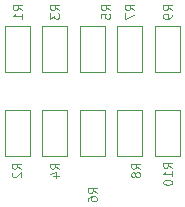
<source format=gbo>
G04 #@! TF.GenerationSoftware,KiCad,Pcbnew,(5.1.8)-1*
G04 #@! TF.CreationDate,2021-08-08T18:23:10-04:00*
G04 #@! TF.ProjectId,nearless_front_pcb,6e656172-6c65-4737-935f-66726f6e745f,rev?*
G04 #@! TF.SameCoordinates,Original*
G04 #@! TF.FileFunction,Legend,Bot*
G04 #@! TF.FilePolarity,Positive*
%FSLAX46Y46*%
G04 Gerber Fmt 4.6, Leading zero omitted, Abs format (unit mm)*
G04 Created by KiCad (PCBNEW (5.1.8)-1) date 2021-08-08 18:23:10*
%MOMM*%
%LPD*%
G01*
G04 APERTURE LIST*
%ADD10C,0.100000*%
%ADD11R,1.500000X1.300000*%
%ADD12C,1.727200*%
G04 APERTURE END LIST*
D10*
X83460000Y-52530000D02*
X81360000Y-52530000D01*
X83460000Y-56430000D02*
X83460000Y-52530000D01*
X81360000Y-56430000D02*
X83460000Y-56430000D01*
X81360000Y-52530000D02*
X81360000Y-56430000D01*
X81360000Y-49350000D02*
X83460000Y-49350000D01*
X81360000Y-45450000D02*
X81360000Y-49350000D01*
X83460000Y-45450000D02*
X81360000Y-45450000D01*
X83460000Y-49350000D02*
X83460000Y-45450000D01*
X80285000Y-52530000D02*
X78185000Y-52530000D01*
X80285000Y-56430000D02*
X80285000Y-52530000D01*
X78185000Y-56430000D02*
X80285000Y-56430000D01*
X78185000Y-52530000D02*
X78185000Y-56430000D01*
X78185000Y-49350000D02*
X80285000Y-49350000D01*
X78185000Y-45450000D02*
X78185000Y-49350000D01*
X80285000Y-45450000D02*
X78185000Y-45450000D01*
X80285000Y-49350000D02*
X80285000Y-45450000D01*
X77110000Y-52530000D02*
X75010000Y-52530000D01*
X77110000Y-56430000D02*
X77110000Y-52530000D01*
X75010000Y-56430000D02*
X77110000Y-56430000D01*
X75010000Y-52530000D02*
X75010000Y-56430000D01*
X75010000Y-49350000D02*
X77110000Y-49350000D01*
X75010000Y-45450000D02*
X75010000Y-49350000D01*
X77110000Y-45450000D02*
X75010000Y-45450000D01*
X77110000Y-49350000D02*
X77110000Y-45450000D01*
X73935000Y-52530000D02*
X71835000Y-52530000D01*
X73935000Y-56430000D02*
X73935000Y-52530000D01*
X71835000Y-56430000D02*
X73935000Y-56430000D01*
X71835000Y-52530000D02*
X71835000Y-56430000D01*
X71835000Y-49350000D02*
X73935000Y-49350000D01*
X71835000Y-45450000D02*
X71835000Y-49350000D01*
X73935000Y-45450000D02*
X71835000Y-45450000D01*
X73935000Y-49350000D02*
X73935000Y-45450000D01*
X70760000Y-52530000D02*
X68660000Y-52530000D01*
X70760000Y-56430000D02*
X70760000Y-52530000D01*
X68660000Y-56430000D02*
X70760000Y-56430000D01*
X68660000Y-52530000D02*
X68660000Y-56430000D01*
X68660000Y-49350000D02*
X70760000Y-49350000D01*
X68660000Y-45450000D02*
X68660000Y-49350000D01*
X70760000Y-45450000D02*
X68660000Y-45450000D01*
X70760000Y-49350000D02*
X70760000Y-45450000D01*
X82809285Y-57437857D02*
X82452142Y-57187857D01*
X82809285Y-57009285D02*
X82059285Y-57009285D01*
X82059285Y-57295000D01*
X82095000Y-57366428D01*
X82130714Y-57402142D01*
X82202142Y-57437857D01*
X82309285Y-57437857D01*
X82380714Y-57402142D01*
X82416428Y-57366428D01*
X82452142Y-57295000D01*
X82452142Y-57009285D01*
X82809285Y-58152142D02*
X82809285Y-57723571D01*
X82809285Y-57937857D02*
X82059285Y-57937857D01*
X82166428Y-57866428D01*
X82237857Y-57795000D01*
X82273571Y-57723571D01*
X82059285Y-58616428D02*
X82059285Y-58687857D01*
X82095000Y-58759285D01*
X82130714Y-58795000D01*
X82202142Y-58830714D01*
X82345000Y-58866428D01*
X82523571Y-58866428D01*
X82666428Y-58830714D01*
X82737857Y-58795000D01*
X82773571Y-58759285D01*
X82809285Y-58687857D01*
X82809285Y-58616428D01*
X82773571Y-58545000D01*
X82737857Y-58509285D01*
X82666428Y-58473571D01*
X82523571Y-58437857D01*
X82345000Y-58437857D01*
X82202142Y-58473571D01*
X82130714Y-58509285D01*
X82095000Y-58545000D01*
X82059285Y-58616428D01*
X82784285Y-44085000D02*
X82427142Y-43835000D01*
X82784285Y-43656428D02*
X82034285Y-43656428D01*
X82034285Y-43942142D01*
X82070000Y-44013571D01*
X82105714Y-44049285D01*
X82177142Y-44085000D01*
X82284285Y-44085000D01*
X82355714Y-44049285D01*
X82391428Y-44013571D01*
X82427142Y-43942142D01*
X82427142Y-43656428D01*
X82784285Y-44442142D02*
X82784285Y-44585000D01*
X82748571Y-44656428D01*
X82712857Y-44692142D01*
X82605714Y-44763571D01*
X82462857Y-44799285D01*
X82177142Y-44799285D01*
X82105714Y-44763571D01*
X82070000Y-44727857D01*
X82034285Y-44656428D01*
X82034285Y-44513571D01*
X82070000Y-44442142D01*
X82105714Y-44406428D01*
X82177142Y-44370714D01*
X82355714Y-44370714D01*
X82427142Y-44406428D01*
X82462857Y-44442142D01*
X82498571Y-44513571D01*
X82498571Y-44656428D01*
X82462857Y-44727857D01*
X82427142Y-44763571D01*
X82355714Y-44799285D01*
X80119285Y-57509286D02*
X79762142Y-57259286D01*
X80119285Y-57080714D02*
X79369285Y-57080714D01*
X79369285Y-57366428D01*
X79405000Y-57437857D01*
X79440714Y-57473571D01*
X79512142Y-57509286D01*
X79619285Y-57509286D01*
X79690714Y-57473571D01*
X79726428Y-57437857D01*
X79762142Y-57366428D01*
X79762142Y-57080714D01*
X79690714Y-57937857D02*
X79655000Y-57866428D01*
X79619285Y-57830714D01*
X79547857Y-57795000D01*
X79512142Y-57795000D01*
X79440714Y-57830714D01*
X79405000Y-57866428D01*
X79369285Y-57937857D01*
X79369285Y-58080714D01*
X79405000Y-58152143D01*
X79440714Y-58187857D01*
X79512142Y-58223571D01*
X79547857Y-58223571D01*
X79619285Y-58187857D01*
X79655000Y-58152143D01*
X79690714Y-58080714D01*
X79690714Y-57937857D01*
X79726428Y-57866428D01*
X79762142Y-57830714D01*
X79833571Y-57795000D01*
X79976428Y-57795000D01*
X80047857Y-57830714D01*
X80083571Y-57866428D01*
X80119285Y-57937857D01*
X80119285Y-58080714D01*
X80083571Y-58152143D01*
X80047857Y-58187857D01*
X79976428Y-58223571D01*
X79833571Y-58223571D01*
X79762142Y-58187857D01*
X79726428Y-58152143D01*
X79690714Y-58080714D01*
X79609285Y-44085000D02*
X79252142Y-43835000D01*
X79609285Y-43656428D02*
X78859285Y-43656428D01*
X78859285Y-43942142D01*
X78895000Y-44013571D01*
X78930714Y-44049285D01*
X79002142Y-44085000D01*
X79109285Y-44085000D01*
X79180714Y-44049285D01*
X79216428Y-44013571D01*
X79252142Y-43942142D01*
X79252142Y-43656428D01*
X78859285Y-44335000D02*
X78859285Y-44835000D01*
X79609285Y-44513571D01*
X76439285Y-59555000D02*
X76082142Y-59305000D01*
X76439285Y-59126428D02*
X75689285Y-59126428D01*
X75689285Y-59412142D01*
X75725000Y-59483571D01*
X75760714Y-59519285D01*
X75832142Y-59555000D01*
X75939285Y-59555000D01*
X76010714Y-59519285D01*
X76046428Y-59483571D01*
X76082142Y-59412142D01*
X76082142Y-59126428D01*
X75689285Y-60197857D02*
X75689285Y-60055000D01*
X75725000Y-59983571D01*
X75760714Y-59947857D01*
X75867857Y-59876428D01*
X76010714Y-59840714D01*
X76296428Y-59840714D01*
X76367857Y-59876428D01*
X76403571Y-59912142D01*
X76439285Y-59983571D01*
X76439285Y-60126428D01*
X76403571Y-60197857D01*
X76367857Y-60233571D01*
X76296428Y-60269285D01*
X76117857Y-60269285D01*
X76046428Y-60233571D01*
X76010714Y-60197857D01*
X75975000Y-60126428D01*
X75975000Y-59983571D01*
X76010714Y-59912142D01*
X76046428Y-59876428D01*
X76117857Y-59840714D01*
X77579285Y-44085000D02*
X77222142Y-43835000D01*
X77579285Y-43656428D02*
X76829285Y-43656428D01*
X76829285Y-43942142D01*
X76865000Y-44013571D01*
X76900714Y-44049285D01*
X76972142Y-44085000D01*
X77079285Y-44085000D01*
X77150714Y-44049285D01*
X77186428Y-44013571D01*
X77222142Y-43942142D01*
X77222142Y-43656428D01*
X76829285Y-44763571D02*
X76829285Y-44406428D01*
X77186428Y-44370714D01*
X77150714Y-44406428D01*
X77115000Y-44477857D01*
X77115000Y-44656428D01*
X77150714Y-44727857D01*
X77186428Y-44763571D01*
X77257857Y-44799285D01*
X77436428Y-44799285D01*
X77507857Y-44763571D01*
X77543571Y-44727857D01*
X77579285Y-44656428D01*
X77579285Y-44477857D01*
X77543571Y-44406428D01*
X77507857Y-44370714D01*
X73229285Y-57509286D02*
X72872142Y-57259286D01*
X73229285Y-57080714D02*
X72479285Y-57080714D01*
X72479285Y-57366428D01*
X72515000Y-57437857D01*
X72550714Y-57473571D01*
X72622142Y-57509286D01*
X72729285Y-57509286D01*
X72800714Y-57473571D01*
X72836428Y-57437857D01*
X72872142Y-57366428D01*
X72872142Y-57080714D01*
X72729285Y-58152143D02*
X73229285Y-58152143D01*
X72443571Y-57973571D02*
X72979285Y-57795000D01*
X72979285Y-58259286D01*
X73259285Y-44085000D02*
X72902142Y-43835000D01*
X73259285Y-43656428D02*
X72509285Y-43656428D01*
X72509285Y-43942142D01*
X72545000Y-44013571D01*
X72580714Y-44049285D01*
X72652142Y-44085000D01*
X72759285Y-44085000D01*
X72830714Y-44049285D01*
X72866428Y-44013571D01*
X72902142Y-43942142D01*
X72902142Y-43656428D01*
X72509285Y-44335000D02*
X72509285Y-44799285D01*
X72795000Y-44549285D01*
X72795000Y-44656428D01*
X72830714Y-44727857D01*
X72866428Y-44763571D01*
X72937857Y-44799285D01*
X73116428Y-44799285D01*
X73187857Y-44763571D01*
X73223571Y-44727857D01*
X73259285Y-44656428D01*
X73259285Y-44442142D01*
X73223571Y-44370714D01*
X73187857Y-44335000D01*
X69999285Y-57509286D02*
X69642142Y-57259286D01*
X69999285Y-57080714D02*
X69249285Y-57080714D01*
X69249285Y-57366428D01*
X69285000Y-57437857D01*
X69320714Y-57473571D01*
X69392142Y-57509286D01*
X69499285Y-57509286D01*
X69570714Y-57473571D01*
X69606428Y-57437857D01*
X69642142Y-57366428D01*
X69642142Y-57080714D01*
X69320714Y-57795000D02*
X69285000Y-57830714D01*
X69249285Y-57902143D01*
X69249285Y-58080714D01*
X69285000Y-58152143D01*
X69320714Y-58187857D01*
X69392142Y-58223571D01*
X69463571Y-58223571D01*
X69570714Y-58187857D01*
X69999285Y-57759286D01*
X69999285Y-58223571D01*
X70084285Y-44085000D02*
X69727142Y-43835000D01*
X70084285Y-43656428D02*
X69334285Y-43656428D01*
X69334285Y-43942142D01*
X69370000Y-44013571D01*
X69405714Y-44049285D01*
X69477142Y-44085000D01*
X69584285Y-44085000D01*
X69655714Y-44049285D01*
X69691428Y-44013571D01*
X69727142Y-43942142D01*
X69727142Y-43656428D01*
X70084285Y-44799285D02*
X70084285Y-44370714D01*
X70084285Y-44585000D02*
X69334285Y-44585000D01*
X69441428Y-44513571D01*
X69512857Y-44442142D01*
X69548571Y-44370714D01*
%LPC*%
D11*
X82410000Y-55480000D03*
X82410000Y-53480000D03*
X82410000Y-46400000D03*
X82410000Y-48400000D03*
X79235000Y-55480000D03*
X79235000Y-53480000D03*
X79235000Y-46400000D03*
X79235000Y-48400000D03*
X76060000Y-55480000D03*
X76060000Y-53480000D03*
X76060000Y-46400000D03*
X76060000Y-48400000D03*
X72885000Y-55480000D03*
X72885000Y-53480000D03*
X72885000Y-46400000D03*
X72885000Y-48400000D03*
X69710000Y-55480000D03*
X69710000Y-53480000D03*
X69710000Y-46400000D03*
X69710000Y-48400000D03*
D12*
X45500000Y-51245000D03*
X45500000Y-43625000D03*
X45500000Y-41085000D03*
X85500000Y-51245000D03*
X85500000Y-43625000D03*
X85500000Y-41085000D03*
X42500000Y-53920000D03*
X42500000Y-56460000D03*
X42500000Y-59000000D03*
X88500000Y-59000000D03*
X88500000Y-56460000D03*
X88500000Y-53920000D03*
X67555000Y-57600000D03*
X75175000Y-57600000D03*
X77715000Y-57600000D03*
X75500000Y-51245000D03*
X75500000Y-43625000D03*
X75500000Y-41085000D03*
X65500000Y-51245000D03*
X65500000Y-43625000D03*
X65500000Y-41085000D03*
X55500000Y-51245000D03*
X55500000Y-43625000D03*
X55500000Y-41085000D03*
X63445000Y-57600000D03*
X55825000Y-57600000D03*
X53285000Y-57600000D03*
M02*

</source>
